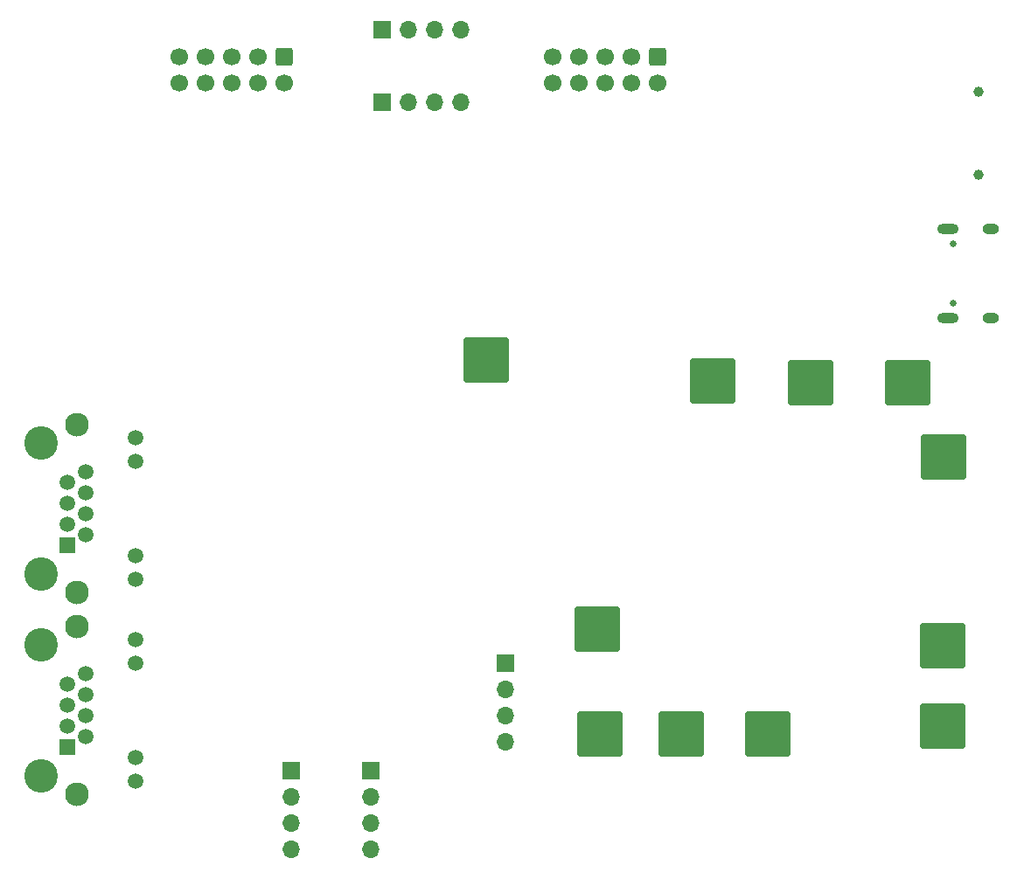
<source format=gbs>
G04 #@! TF.GenerationSoftware,KiCad,Pcbnew,8.0.4*
G04 #@! TF.CreationDate,2024-08-16T23:51:58-05:00*
G04 #@! TF.ProjectId,BatteryCo,42617474-6572-4794-936f-2e6b69636164,rev?*
G04 #@! TF.SameCoordinates,Original*
G04 #@! TF.FileFunction,Soldermask,Bot*
G04 #@! TF.FilePolarity,Negative*
%FSLAX46Y46*%
G04 Gerber Fmt 4.6, Leading zero omitted, Abs format (unit mm)*
G04 Created by KiCad (PCBNEW 8.0.4) date 2024-08-16 23:51:58*
%MOMM*%
%LPD*%
G01*
G04 APERTURE LIST*
G04 Aperture macros list*
%AMRoundRect*
0 Rectangle with rounded corners*
0 $1 Rounding radius*
0 $2 $3 $4 $5 $6 $7 $8 $9 X,Y pos of 4 corners*
0 Add a 4 corners polygon primitive as box body*
4,1,4,$2,$3,$4,$5,$6,$7,$8,$9,$2,$3,0*
0 Add four circle primitives for the rounded corners*
1,1,$1+$1,$2,$3*
1,1,$1+$1,$4,$5*
1,1,$1+$1,$6,$7*
1,1,$1+$1,$8,$9*
0 Add four rect primitives between the rounded corners*
20,1,$1+$1,$2,$3,$4,$5,0*
20,1,$1+$1,$4,$5,$6,$7,0*
20,1,$1+$1,$6,$7,$8,$9,0*
20,1,$1+$1,$8,$9,$2,$3,0*%
G04 Aperture macros list end*
%ADD10R,1.700000X1.700000*%
%ADD11O,1.700000X1.700000*%
%ADD12RoundRect,0.249999X1.950001X1.950001X-1.950001X1.950001X-1.950001X-1.950001X1.950001X-1.950001X0*%
%ADD13RoundRect,0.249999X-1.950001X-1.950001X1.950001X-1.950001X1.950001X1.950001X-1.950001X1.950001X0*%
%ADD14C,1.000000*%
%ADD15C,3.250000*%
%ADD16R,1.500000X1.500000*%
%ADD17C,1.500000*%
%ADD18C,2.300000*%
%ADD19RoundRect,0.250000X-0.600000X0.600000X-0.600000X-0.600000X0.600000X-0.600000X0.600000X0.600000X0*%
%ADD20C,1.700000*%
%ADD21C,0.650000*%
%ADD22O,2.100000X1.000000*%
%ADD23O,1.600000X1.000000*%
G04 APERTURE END LIST*
D10*
X88354000Y-53019600D03*
D11*
X90894000Y-53019600D03*
X93434000Y-53019600D03*
X95974000Y-53019600D03*
D12*
X125692000Y-121244000D03*
D10*
X88354000Y-60030000D03*
D11*
X90894000Y-60030000D03*
X93434000Y-60030000D03*
X95974000Y-60030000D03*
D10*
X87240000Y-124820000D03*
D11*
X87240000Y-127360000D03*
X87240000Y-129900000D03*
X87240000Y-132440000D03*
D13*
X120300000Y-87100000D03*
X98370000Y-85030000D03*
D10*
X100310000Y-114400000D03*
D11*
X100310000Y-116940000D03*
X100310000Y-119480000D03*
X100310000Y-122020000D03*
D13*
X139200000Y-87200000D03*
D14*
X146070000Y-67070000D03*
X146070000Y-59070000D03*
D10*
X79540000Y-124820000D03*
D11*
X79540000Y-127360000D03*
X79540000Y-129900000D03*
X79540000Y-132440000D03*
D13*
X142600000Y-120500000D03*
X129800000Y-87200000D03*
X142600000Y-112700000D03*
D15*
X55322000Y-105746000D03*
X55322000Y-93046000D03*
D16*
X57862000Y-102956000D03*
D17*
X59642000Y-101940000D03*
X57862000Y-100924000D03*
X59642000Y-99908000D03*
X57862000Y-98892000D03*
X59642000Y-97876000D03*
X57862000Y-96860000D03*
X59642000Y-95844000D03*
X64462000Y-106256000D03*
X64462000Y-103966000D03*
X64462000Y-94826000D03*
X64462000Y-92536000D03*
D18*
X58752000Y-107526000D03*
X58752000Y-91266000D03*
D19*
X115024000Y-55653658D03*
D20*
X115024000Y-58193658D03*
X112484000Y-55653658D03*
X112484000Y-58193658D03*
X109944000Y-55653658D03*
X109944000Y-58193658D03*
X107404000Y-55653658D03*
X107404000Y-58193658D03*
X104864000Y-55653658D03*
X104864000Y-58193658D03*
D12*
X109182000Y-111084000D03*
D15*
X55334000Y-125354800D03*
X55334000Y-112654800D03*
D16*
X57874000Y-122564800D03*
D17*
X59654000Y-121548800D03*
X57874000Y-120532800D03*
X59654000Y-119516800D03*
X57874000Y-118500800D03*
X59654000Y-117484800D03*
X57874000Y-116468800D03*
X59654000Y-115452800D03*
X64474000Y-125864800D03*
X64474000Y-123574800D03*
X64474000Y-114434800D03*
X64474000Y-112144800D03*
D18*
X58764000Y-127134800D03*
X58764000Y-110874800D03*
D12*
X109436000Y-121300000D03*
X117310000Y-121300000D03*
D21*
X143650000Y-79510000D03*
X143650000Y-73730000D03*
D22*
X143120000Y-80940000D03*
D23*
X147300000Y-80940000D03*
D22*
X143120000Y-72300000D03*
D23*
X147300000Y-72300000D03*
D13*
X142700000Y-94400000D03*
D19*
X78846217Y-55653658D03*
D20*
X78846217Y-58193658D03*
X76306217Y-55653658D03*
X76306217Y-58193658D03*
X73766217Y-55653658D03*
X73766217Y-58193658D03*
X71226217Y-55653658D03*
X71226217Y-58193658D03*
X68686217Y-55653658D03*
X68686217Y-58193658D03*
M02*

</source>
